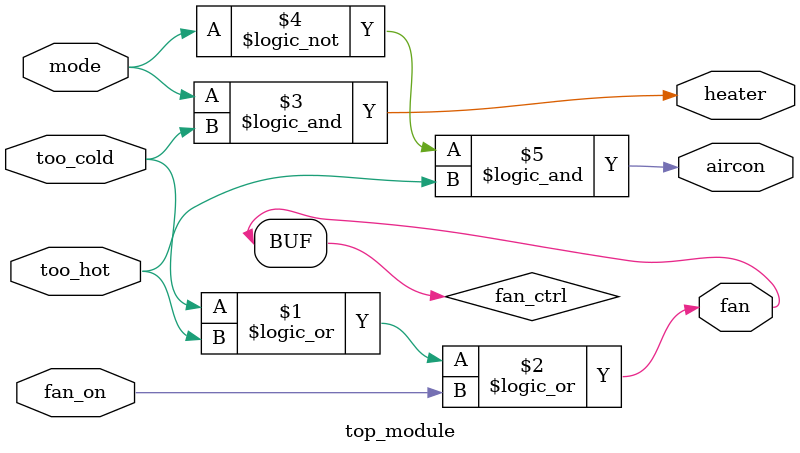
<source format=sv>
module top_module(
	input mode,
	input too_cold, 
	input too_hot,
	input fan_on,
	output heater,
	output aircon,
	output fan
);

	//wire to connect different parts of the module
	wire fan_ctrl;
	
	//turn on the fan if too_cold or too_hot is high, or if fan_on is high
	assign fan_ctrl = (too_cold || too_hot || fan_on);
	
	//turn on the heater if mode is high and too_cold is high
	assign heater = (mode && too_cold);
	
	//turn on the aircon if mode is low and too_hot is high
	assign aircon = (!mode && too_hot);
	
	//connect fan_ctrl wire to the fan output
	assign fan = fan_ctrl;
	
endmodule

</source>
